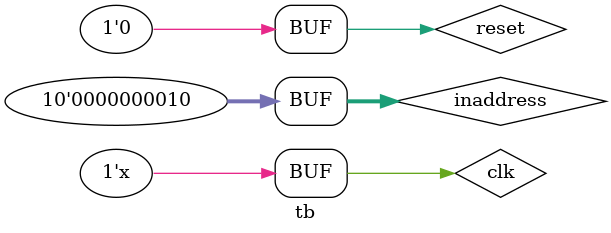
<source format=v>
`timescale 1ps/1ps
module tb;
  reg clk, reset;
  reg [9:0] inaddress;
  wire [15:0] outdata;
  integer k;

  risc_processor inst1(
    .inaddress(inaddress),
    .clk(clk),
    .reset(reset),
    .outdata(outdata)
  );

  // Provide a clock signal
  always #5 clk = ~clk;

  // Initialize signals
  initial begin
    clk = 0;
    reset = 0;
  end

  // Monitor the output
  initial begin
//use the below code for testing gcd ,comment this code if you want to test sorting of numbers
     $monitor($time," MEMORY:mem[0]=%d,mem[1]=%d,mem[3]=%d,reg[0]= %d,reg[1]= %d,reg[2]=%d,reg[3]=%d,reg[4]=%d",inst1.dpath.dmem.dmem[0],
              inst1.dpath.dmem.dmem[1],inst1.dpath.dmem.dmem[2],inst1.dpath.rbank.regfile[0],
             inst1.dpath.rbank.regfile[1],inst1.dpath.rbank.regfile[2],inst1.dpath.rbank.regfile[3],inst1.dpath.rbank.regfile[4]);
       #5200
       inaddress=0;
        #20
       $display("mem[0]=",outdata);
      
       inaddress=1;
        #20
        $display("mem[1]=",outdata);
         
       inaddress=2;
        #20
        $display("mem[3]=",outdata);
        
        
//use the below code for testing sorting of numbers ,comment this code if you want to test gcd of  two numbers
   
//    $monitor($time," Array:mem[0]=%d,mem[1]=%d,mem[2]=%d,mem[3]=%d,mem[4]=%d,mem[5]=%d,mem[6]=%d,mem[7]=%d,mem[8]=%d,mem[9]=%d",dut.dpath.dmem.dmem[100],
//    dut.dpath.dmem.dmem[101],dut.dpath.dmem.dmem[102],dut.dpath.dmem.dmem[103],
//    dut.dpath.dmem.dmem[104],dut.dpath.dmem.dmem[105],dut.dpath.dmem.dmem[106],
//    dut.dpath.dmem.dmem[107],dut.dpath.dmem.dmem[108],dut.dpath.dmem.dmem[109]);
    
    

//    #100000000 $finish; // Finish the simulation after 10000 time units
  end

endmodule
</source>
